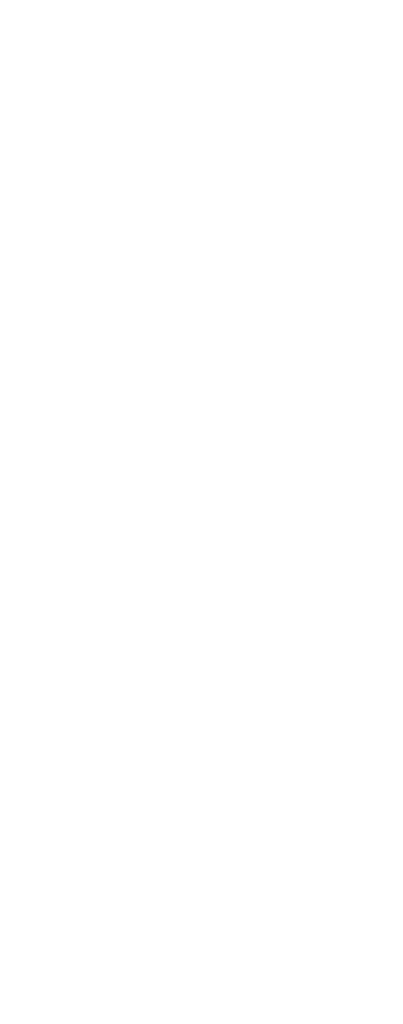
<source format=kicad_pcb>
(kicad_pcb (version 20171130) (host pcbnew "(5.0.1)-4")

  (general
    (thickness 1.6)
    (drawings 24)
    (tracks 0)
    (zones 0)
    (modules 0)
    (nets 1)
  )

  (page A4)
  (layers
    (0 F.Cu signal)
    (31 B.Cu signal)
    (32 B.Adhes user)
    (33 F.Adhes user)
    (34 B.Paste user)
    (35 F.Paste user)
    (36 B.SilkS user)
    (37 F.SilkS user)
    (38 B.Mask user)
    (39 F.Mask user)
    (40 Dwgs.User user)
    (41 Cmts.User user)
    (42 Eco1.User user)
    (43 Eco2.User user)
    (44 Edge.Cuts user)
    (45 Margin user)
    (46 B.CrtYd user)
    (47 F.CrtYd user)
    (48 B.Fab user)
    (49 F.Fab user)
  )

  (setup
    (last_trace_width 0.25)
    (trace_clearance 0.2)
    (zone_clearance 0.508)
    (zone_45_only no)
    (trace_min 0.2)
    (segment_width 0.3)
    (edge_width 0.2)
    (via_size 0.8)
    (via_drill 0.4)
    (via_min_size 0.4)
    (via_min_drill 0.3)
    (uvia_size 0.3)
    (uvia_drill 0.1)
    (uvias_allowed no)
    (uvia_min_size 0.2)
    (uvia_min_drill 0.1)
    (pcb_text_width 0.3)
    (pcb_text_size 1.5 1.5)
    (mod_edge_width 0.15)
    (mod_text_size 1 1)
    (mod_text_width 0.15)
    (pad_size 1.524 1.524)
    (pad_drill 0.762)
    (pad_to_mask_clearance 0.051)
    (solder_mask_min_width 0.25)
    (aux_axis_origin 0 0)
    (visible_elements 7FFFFFFF)
    (pcbplotparams
      (layerselection 0x010f0_ffffffff)
      (usegerberextensions false)
      (usegerberattributes false)
      (usegerberadvancedattributes false)
      (creategerberjobfile false)
      (excludeedgelayer true)
      (linewidth 0.100000)
      (plotframeref false)
      (viasonmask false)
      (mode 1)
      (useauxorigin false)
      (hpglpennumber 1)
      (hpglpenspeed 20)
      (hpglpendiameter 15.000000)
      (psnegative false)
      (psa4output false)
      (plotreference true)
      (plotvalue true)
      (plotinvisibletext false)
      (padsonsilk false)
      (subtractmaskfromsilk false)
      (outputformat 1)
      (mirror false)
      (drillshape 0)
      (scaleselection 1)
      (outputdirectory ""))
  )

  (net 0 "")

  (net_class Default "This is the default net class."
    (clearance 0.2)
    (trace_width 0.25)
    (via_dia 0.8)
    (via_drill 0.4)
    (uvia_dia 0.3)
    (uvia_drill 0.1)
  )

  (gr_circle (center 42.8 125.5) (end 44.4 125.7) (layer Eco2.User) (width 0.3) (tstamp 5EC88AC8))
  (gr_circle (center 42.9 3) (end 44.5 3.2) (layer Eco2.User) (width 0.3) (tstamp 5EC88AC6))
  (gr_circle (center 7.5 125.5) (end 9.1 125.7) (layer Eco2.User) (width 0.3) (tstamp 5EC88AC1))
  (gr_circle (center 7.5 3) (end 9.1 3.2) (layer Eco2.User) (width 0.3))
  (gr_circle (center 31.2 112.9) (end 34.35 112.9) (layer Eco2.User) (width 0.2) (tstamp 5C9D846F))
  (gr_circle (center 42.6 112.9) (end 45.75 112.9) (layer Eco2.User) (width 0.2) (tstamp 5C9D8425))
  (gr_circle (center 19.7 66.2) (end 22.85 66.2) (layer Eco2.User) (width 0.2) (tstamp 5C9D83DC))
  (gr_circle (center 19.7 53.1) (end 22.85 53.1) (layer Eco2.User) (width 0.2) (tstamp 5C9D83BF))
  (gr_circle (center 8.3 86.3) (end 11.45 86.3) (layer Eco2.User) (width 0.2) (tstamp 5C9D836D))
  (gr_circle (center 8.3 73.1) (end 11.45 73.1) (layer Eco2.User) (width 0.2) (tstamp 5C9D836C))
  (gr_circle (center 8.3 59.6) (end 11.45 59.6) (layer Eco2.User) (width 0.2) (tstamp 5C9D82E3))
  (gr_circle (center 8.3 46.5) (end 11.45 46.5) (layer Eco2.User) (width 0.2) (tstamp 5C9D82AD))
  (gr_circle (center 31 46.4) (end 34.15 46.4) (layer Eco2.User) (width 0.2))
  (gr_circle (center 42.5 39.7) (end 44.7 39.7) (layer Eco2.User) (width 0.2))
  (gr_circle (center 14.1 106.3) (end 17.65 106.3) (layer Eco2.User) (width 0.2) (tstamp 5C9D7AF7))
  (gr_circle (center 39.6 92.9) (end 43.15 92.9) (layer Eco2.User) (width 0.2) (tstamp 5C9D7A7F))
  (gr_circle (center 22.8 83.1) (end 26.35 83.1) (layer Eco2.User) (width 0.2) (tstamp 5C9D739C))
  (gr_circle (center 37 63) (end 40.55 63) (layer Eco2.User) (width 0.2) (tstamp 5C9D71BE))
  (gr_circle (center 42.4 15.1) (end 45.95 15.1) (layer Eco2.User) (width 0.2) (tstamp 5C9D715B))
  (gr_circle (center 19.7 26.5) (end 23.25 26.5) (layer Eco2.User) (width 0.2))
  (gr_line (start 0 0) (end 0 128.5) (layer Eco2.User) (width 0.2))
  (gr_line (start 50.5 128.5) (end 0 128.5) (layer Eco2.User) (width 0.2))
  (gr_line (start 50.5 0) (end 50.5 128.5) (layer Eco2.User) (width 0.2))
  (gr_line (start 0 0) (end 50.5 0) (layer Eco2.User) (width 0.2))

)

</source>
